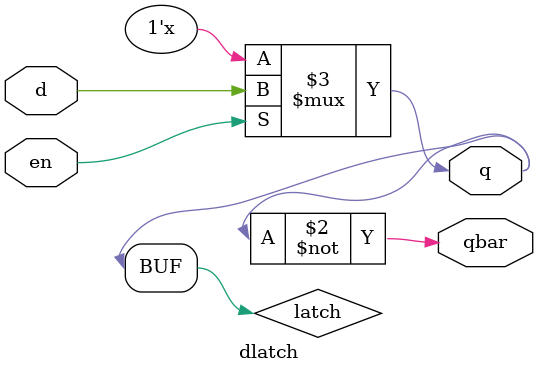
<source format=v>
`timescale 1ns / 1ns

module dlatch (
    input wire en,
    input wire d,
    output q,
    output  qbar
);
    reg latch;
    always @ (*) begin
        if (en)
            latch<=d;
    end

    assign q = latch;
    assign qbar = ~q;


    
endmodule
</source>
